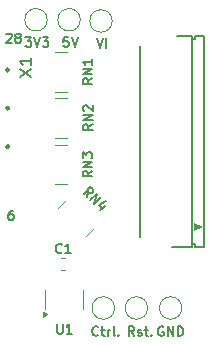
<source format=gbr>
%TF.GenerationSoftware,KiCad,Pcbnew,9.0.4*%
%TF.CreationDate,2025-09-07T07:02:52-04:00*%
%TF.ProjectId,flex_partial,666c6578-5f70-4617-9274-69616c2e6b69,v20231105*%
%TF.SameCoordinates,Original*%
%TF.FileFunction,Legend,Top*%
%TF.FilePolarity,Positive*%
%FSLAX46Y46*%
G04 Gerber Fmt 4.6, Leading zero omitted, Abs format (unit mm)*
G04 Created by KiCad (PCBNEW 9.0.4) date 2025-09-07 07:02:52*
%MOMM*%
%LPD*%
G01*
G04 APERTURE LIST*
%ADD10C,0.216421*%
%ADD11C,0.150000*%
%ADD12C,0.120000*%
%ADD13C,0.203200*%
%ADD14C,0.000000*%
G04 APERTURE END LIST*
D10*
X87808210Y-95550000D02*
G75*
G02*
X87591790Y-95550000I-108210J0D01*
G01*
X87591790Y-95550000D02*
G75*
G02*
X87808210Y-95550000I108210J0D01*
G01*
X87808210Y-102041421D02*
G75*
G02*
X87591790Y-102041421I-108210J0D01*
G01*
X87591790Y-102041421D02*
G75*
G02*
X87808210Y-102041421I108210J0D01*
G01*
X87808210Y-98791421D02*
G75*
G02*
X87591790Y-98791421I-108210J0D01*
G01*
X87591790Y-98791421D02*
G75*
G02*
X87808210Y-98791421I108210J0D01*
G01*
D11*
X89209523Y-92762295D02*
X89704761Y-92762295D01*
X89704761Y-92762295D02*
X89438095Y-93067057D01*
X89438095Y-93067057D02*
X89552380Y-93067057D01*
X89552380Y-93067057D02*
X89628571Y-93105152D01*
X89628571Y-93105152D02*
X89666666Y-93143247D01*
X89666666Y-93143247D02*
X89704761Y-93219438D01*
X89704761Y-93219438D02*
X89704761Y-93409914D01*
X89704761Y-93409914D02*
X89666666Y-93486104D01*
X89666666Y-93486104D02*
X89628571Y-93524200D01*
X89628571Y-93524200D02*
X89552380Y-93562295D01*
X89552380Y-93562295D02*
X89323809Y-93562295D01*
X89323809Y-93562295D02*
X89247618Y-93524200D01*
X89247618Y-93524200D02*
X89209523Y-93486104D01*
X89933333Y-92762295D02*
X90200000Y-93562295D01*
X90200000Y-93562295D02*
X90466666Y-92762295D01*
X90657142Y-92762295D02*
X91152380Y-92762295D01*
X91152380Y-92762295D02*
X90885714Y-93067057D01*
X90885714Y-93067057D02*
X90999999Y-93067057D01*
X90999999Y-93067057D02*
X91076190Y-93105152D01*
X91076190Y-93105152D02*
X91114285Y-93143247D01*
X91114285Y-93143247D02*
X91152380Y-93219438D01*
X91152380Y-93219438D02*
X91152380Y-93409914D01*
X91152380Y-93409914D02*
X91114285Y-93486104D01*
X91114285Y-93486104D02*
X91076190Y-93524200D01*
X91076190Y-93524200D02*
X90999999Y-93562295D01*
X90999999Y-93562295D02*
X90771428Y-93562295D01*
X90771428Y-93562295D02*
X90695237Y-93524200D01*
X90695237Y-93524200D02*
X90657142Y-93486104D01*
X92847619Y-92762295D02*
X92466667Y-92762295D01*
X92466667Y-92762295D02*
X92428571Y-93143247D01*
X92428571Y-93143247D02*
X92466667Y-93105152D01*
X92466667Y-93105152D02*
X92542857Y-93067057D01*
X92542857Y-93067057D02*
X92733333Y-93067057D01*
X92733333Y-93067057D02*
X92809524Y-93105152D01*
X92809524Y-93105152D02*
X92847619Y-93143247D01*
X92847619Y-93143247D02*
X92885714Y-93219438D01*
X92885714Y-93219438D02*
X92885714Y-93409914D01*
X92885714Y-93409914D02*
X92847619Y-93486104D01*
X92847619Y-93486104D02*
X92809524Y-93524200D01*
X92809524Y-93524200D02*
X92733333Y-93562295D01*
X92733333Y-93562295D02*
X92542857Y-93562295D01*
X92542857Y-93562295D02*
X92466667Y-93524200D01*
X92466667Y-93524200D02*
X92428571Y-93486104D01*
X93114286Y-92762295D02*
X93380953Y-93562295D01*
X93380953Y-93562295D02*
X93647619Y-92762295D01*
X95242857Y-92862295D02*
X95509524Y-93662295D01*
X95509524Y-93662295D02*
X95776190Y-92862295D01*
X96042857Y-93662295D02*
X96042857Y-92862295D01*
X88152381Y-107462295D02*
X88000000Y-107462295D01*
X88000000Y-107462295D02*
X87923809Y-107500390D01*
X87923809Y-107500390D02*
X87885714Y-107538485D01*
X87885714Y-107538485D02*
X87809524Y-107652771D01*
X87809524Y-107652771D02*
X87771428Y-107805152D01*
X87771428Y-107805152D02*
X87771428Y-108109914D01*
X87771428Y-108109914D02*
X87809524Y-108186104D01*
X87809524Y-108186104D02*
X87847619Y-108224200D01*
X87847619Y-108224200D02*
X87923809Y-108262295D01*
X87923809Y-108262295D02*
X88076190Y-108262295D01*
X88076190Y-108262295D02*
X88152381Y-108224200D01*
X88152381Y-108224200D02*
X88190476Y-108186104D01*
X88190476Y-108186104D02*
X88228571Y-108109914D01*
X88228571Y-108109914D02*
X88228571Y-107919438D01*
X88228571Y-107919438D02*
X88190476Y-107843247D01*
X88190476Y-107843247D02*
X88152381Y-107805152D01*
X88152381Y-107805152D02*
X88076190Y-107767057D01*
X88076190Y-107767057D02*
X87923809Y-107767057D01*
X87923809Y-107767057D02*
X87847619Y-107805152D01*
X87847619Y-107805152D02*
X87809524Y-107843247D01*
X87809524Y-107843247D02*
X87771428Y-107919438D01*
X98404762Y-118062295D02*
X98138095Y-117681342D01*
X97947619Y-118062295D02*
X97947619Y-117262295D01*
X97947619Y-117262295D02*
X98252381Y-117262295D01*
X98252381Y-117262295D02*
X98328571Y-117300390D01*
X98328571Y-117300390D02*
X98366666Y-117338485D01*
X98366666Y-117338485D02*
X98404762Y-117414676D01*
X98404762Y-117414676D02*
X98404762Y-117528961D01*
X98404762Y-117528961D02*
X98366666Y-117605152D01*
X98366666Y-117605152D02*
X98328571Y-117643247D01*
X98328571Y-117643247D02*
X98252381Y-117681342D01*
X98252381Y-117681342D02*
X97947619Y-117681342D01*
X98709523Y-118024200D02*
X98785714Y-118062295D01*
X98785714Y-118062295D02*
X98938095Y-118062295D01*
X98938095Y-118062295D02*
X99014285Y-118024200D01*
X99014285Y-118024200D02*
X99052381Y-117948009D01*
X99052381Y-117948009D02*
X99052381Y-117909914D01*
X99052381Y-117909914D02*
X99014285Y-117833723D01*
X99014285Y-117833723D02*
X98938095Y-117795628D01*
X98938095Y-117795628D02*
X98823809Y-117795628D01*
X98823809Y-117795628D02*
X98747619Y-117757533D01*
X98747619Y-117757533D02*
X98709523Y-117681342D01*
X98709523Y-117681342D02*
X98709523Y-117643247D01*
X98709523Y-117643247D02*
X98747619Y-117567057D01*
X98747619Y-117567057D02*
X98823809Y-117528961D01*
X98823809Y-117528961D02*
X98938095Y-117528961D01*
X98938095Y-117528961D02*
X99014285Y-117567057D01*
X99280952Y-117528961D02*
X99585714Y-117528961D01*
X99395238Y-117262295D02*
X99395238Y-117948009D01*
X99395238Y-117948009D02*
X99433333Y-118024200D01*
X99433333Y-118024200D02*
X99509523Y-118062295D01*
X99509523Y-118062295D02*
X99585714Y-118062295D01*
X99852381Y-117986104D02*
X99890476Y-118024200D01*
X99890476Y-118024200D02*
X99852381Y-118062295D01*
X99852381Y-118062295D02*
X99814285Y-118024200D01*
X99814285Y-118024200D02*
X99852381Y-117986104D01*
X99852381Y-117986104D02*
X99852381Y-118062295D01*
X87590475Y-92538485D02*
X87628571Y-92500390D01*
X87628571Y-92500390D02*
X87704761Y-92462295D01*
X87704761Y-92462295D02*
X87895237Y-92462295D01*
X87895237Y-92462295D02*
X87971428Y-92500390D01*
X87971428Y-92500390D02*
X88009523Y-92538485D01*
X88009523Y-92538485D02*
X88047618Y-92614676D01*
X88047618Y-92614676D02*
X88047618Y-92690866D01*
X88047618Y-92690866D02*
X88009523Y-92805152D01*
X88009523Y-92805152D02*
X87552380Y-93262295D01*
X87552380Y-93262295D02*
X88047618Y-93262295D01*
X88504761Y-92805152D02*
X88428571Y-92767057D01*
X88428571Y-92767057D02*
X88390476Y-92728961D01*
X88390476Y-92728961D02*
X88352380Y-92652771D01*
X88352380Y-92652771D02*
X88352380Y-92614676D01*
X88352380Y-92614676D02*
X88390476Y-92538485D01*
X88390476Y-92538485D02*
X88428571Y-92500390D01*
X88428571Y-92500390D02*
X88504761Y-92462295D01*
X88504761Y-92462295D02*
X88657142Y-92462295D01*
X88657142Y-92462295D02*
X88733333Y-92500390D01*
X88733333Y-92500390D02*
X88771428Y-92538485D01*
X88771428Y-92538485D02*
X88809523Y-92614676D01*
X88809523Y-92614676D02*
X88809523Y-92652771D01*
X88809523Y-92652771D02*
X88771428Y-92728961D01*
X88771428Y-92728961D02*
X88733333Y-92767057D01*
X88733333Y-92767057D02*
X88657142Y-92805152D01*
X88657142Y-92805152D02*
X88504761Y-92805152D01*
X88504761Y-92805152D02*
X88428571Y-92843247D01*
X88428571Y-92843247D02*
X88390476Y-92881342D01*
X88390476Y-92881342D02*
X88352380Y-92957533D01*
X88352380Y-92957533D02*
X88352380Y-93109914D01*
X88352380Y-93109914D02*
X88390476Y-93186104D01*
X88390476Y-93186104D02*
X88428571Y-93224200D01*
X88428571Y-93224200D02*
X88504761Y-93262295D01*
X88504761Y-93262295D02*
X88657142Y-93262295D01*
X88657142Y-93262295D02*
X88733333Y-93224200D01*
X88733333Y-93224200D02*
X88771428Y-93186104D01*
X88771428Y-93186104D02*
X88809523Y-93109914D01*
X88809523Y-93109914D02*
X88809523Y-92957533D01*
X88809523Y-92957533D02*
X88771428Y-92881342D01*
X88771428Y-92881342D02*
X88733333Y-92843247D01*
X88733333Y-92843247D02*
X88657142Y-92805152D01*
X95371429Y-117986104D02*
X95333333Y-118024200D01*
X95333333Y-118024200D02*
X95219048Y-118062295D01*
X95219048Y-118062295D02*
X95142857Y-118062295D01*
X95142857Y-118062295D02*
X95028571Y-118024200D01*
X95028571Y-118024200D02*
X94952381Y-117948009D01*
X94952381Y-117948009D02*
X94914286Y-117871819D01*
X94914286Y-117871819D02*
X94876190Y-117719438D01*
X94876190Y-117719438D02*
X94876190Y-117605152D01*
X94876190Y-117605152D02*
X94914286Y-117452771D01*
X94914286Y-117452771D02*
X94952381Y-117376580D01*
X94952381Y-117376580D02*
X95028571Y-117300390D01*
X95028571Y-117300390D02*
X95142857Y-117262295D01*
X95142857Y-117262295D02*
X95219048Y-117262295D01*
X95219048Y-117262295D02*
X95333333Y-117300390D01*
X95333333Y-117300390D02*
X95371429Y-117338485D01*
X95600000Y-117528961D02*
X95904762Y-117528961D01*
X95714286Y-117262295D02*
X95714286Y-117948009D01*
X95714286Y-117948009D02*
X95752381Y-118024200D01*
X95752381Y-118024200D02*
X95828571Y-118062295D01*
X95828571Y-118062295D02*
X95904762Y-118062295D01*
X96171429Y-118062295D02*
X96171429Y-117528961D01*
X96171429Y-117681342D02*
X96209524Y-117605152D01*
X96209524Y-117605152D02*
X96247619Y-117567057D01*
X96247619Y-117567057D02*
X96323810Y-117528961D01*
X96323810Y-117528961D02*
X96400000Y-117528961D01*
X96780952Y-118062295D02*
X96704762Y-118024200D01*
X96704762Y-118024200D02*
X96666667Y-117948009D01*
X96666667Y-117948009D02*
X96666667Y-117262295D01*
X97085715Y-117986104D02*
X97123810Y-118024200D01*
X97123810Y-118024200D02*
X97085715Y-118062295D01*
X97085715Y-118062295D02*
X97047619Y-118024200D01*
X97047619Y-118024200D02*
X97085715Y-117986104D01*
X97085715Y-117986104D02*
X97085715Y-118062295D01*
X100890476Y-117300390D02*
X100814286Y-117262295D01*
X100814286Y-117262295D02*
X100700000Y-117262295D01*
X100700000Y-117262295D02*
X100585714Y-117300390D01*
X100585714Y-117300390D02*
X100509524Y-117376580D01*
X100509524Y-117376580D02*
X100471429Y-117452771D01*
X100471429Y-117452771D02*
X100433333Y-117605152D01*
X100433333Y-117605152D02*
X100433333Y-117719438D01*
X100433333Y-117719438D02*
X100471429Y-117871819D01*
X100471429Y-117871819D02*
X100509524Y-117948009D01*
X100509524Y-117948009D02*
X100585714Y-118024200D01*
X100585714Y-118024200D02*
X100700000Y-118062295D01*
X100700000Y-118062295D02*
X100776191Y-118062295D01*
X100776191Y-118062295D02*
X100890476Y-118024200D01*
X100890476Y-118024200D02*
X100928572Y-117986104D01*
X100928572Y-117986104D02*
X100928572Y-117719438D01*
X100928572Y-117719438D02*
X100776191Y-117719438D01*
X101271429Y-118062295D02*
X101271429Y-117262295D01*
X101271429Y-117262295D02*
X101728572Y-118062295D01*
X101728572Y-118062295D02*
X101728572Y-117262295D01*
X102109524Y-118062295D02*
X102109524Y-117262295D01*
X102109524Y-117262295D02*
X102300000Y-117262295D01*
X102300000Y-117262295D02*
X102414286Y-117300390D01*
X102414286Y-117300390D02*
X102490476Y-117376580D01*
X102490476Y-117376580D02*
X102528571Y-117452771D01*
X102528571Y-117452771D02*
X102566667Y-117605152D01*
X102566667Y-117605152D02*
X102566667Y-117719438D01*
X102566667Y-117719438D02*
X102528571Y-117871819D01*
X102528571Y-117871819D02*
X102490476Y-117948009D01*
X102490476Y-117948009D02*
X102414286Y-118024200D01*
X102414286Y-118024200D02*
X102300000Y-118062295D01*
X102300000Y-118062295D02*
X102109524Y-118062295D01*
X92266667Y-110986104D02*
X92228571Y-111024200D01*
X92228571Y-111024200D02*
X92114286Y-111062295D01*
X92114286Y-111062295D02*
X92038095Y-111062295D01*
X92038095Y-111062295D02*
X91923809Y-111024200D01*
X91923809Y-111024200D02*
X91847619Y-110948009D01*
X91847619Y-110948009D02*
X91809524Y-110871819D01*
X91809524Y-110871819D02*
X91771428Y-110719438D01*
X91771428Y-110719438D02*
X91771428Y-110605152D01*
X91771428Y-110605152D02*
X91809524Y-110452771D01*
X91809524Y-110452771D02*
X91847619Y-110376580D01*
X91847619Y-110376580D02*
X91923809Y-110300390D01*
X91923809Y-110300390D02*
X92038095Y-110262295D01*
X92038095Y-110262295D02*
X92114286Y-110262295D01*
X92114286Y-110262295D02*
X92228571Y-110300390D01*
X92228571Y-110300390D02*
X92266667Y-110338485D01*
X93028571Y-111062295D02*
X92571428Y-111062295D01*
X92800000Y-111062295D02*
X92800000Y-110262295D01*
X92800000Y-110262295D02*
X92723809Y-110376580D01*
X92723809Y-110376580D02*
X92647619Y-110452771D01*
X92647619Y-110452771D02*
X92571428Y-110490866D01*
X94458358Y-106332172D02*
X94539170Y-105874236D01*
X94135109Y-106008923D02*
X94700794Y-105443237D01*
X94700794Y-105443237D02*
X94916294Y-105658737D01*
X94916294Y-105658737D02*
X94943231Y-105739549D01*
X94943231Y-105739549D02*
X94943231Y-105793424D01*
X94943231Y-105793424D02*
X94916294Y-105874236D01*
X94916294Y-105874236D02*
X94835481Y-105955048D01*
X94835481Y-105955048D02*
X94754669Y-105981985D01*
X94754669Y-105981985D02*
X94700794Y-105981985D01*
X94700794Y-105981985D02*
X94619982Y-105955048D01*
X94619982Y-105955048D02*
X94404483Y-105739549D01*
X94700794Y-106574608D02*
X95266480Y-106008923D01*
X95266480Y-106008923D02*
X95024043Y-106897857D01*
X95024043Y-106897857D02*
X95589729Y-106332172D01*
X95912977Y-107032544D02*
X95535854Y-107409667D01*
X95993789Y-106682358D02*
X95455041Y-106951732D01*
X95455041Y-106951732D02*
X95805228Y-107301918D01*
X94852295Y-104102380D02*
X94471342Y-104369047D01*
X94852295Y-104559523D02*
X94052295Y-104559523D01*
X94052295Y-104559523D02*
X94052295Y-104254761D01*
X94052295Y-104254761D02*
X94090390Y-104178571D01*
X94090390Y-104178571D02*
X94128485Y-104140476D01*
X94128485Y-104140476D02*
X94204676Y-104102380D01*
X94204676Y-104102380D02*
X94318961Y-104102380D01*
X94318961Y-104102380D02*
X94395152Y-104140476D01*
X94395152Y-104140476D02*
X94433247Y-104178571D01*
X94433247Y-104178571D02*
X94471342Y-104254761D01*
X94471342Y-104254761D02*
X94471342Y-104559523D01*
X94852295Y-103759523D02*
X94052295Y-103759523D01*
X94052295Y-103759523D02*
X94852295Y-103302380D01*
X94852295Y-103302380D02*
X94052295Y-103302380D01*
X94052295Y-102997619D02*
X94052295Y-102502381D01*
X94052295Y-102502381D02*
X94357057Y-102769047D01*
X94357057Y-102769047D02*
X94357057Y-102654762D01*
X94357057Y-102654762D02*
X94395152Y-102578571D01*
X94395152Y-102578571D02*
X94433247Y-102540476D01*
X94433247Y-102540476D02*
X94509438Y-102502381D01*
X94509438Y-102502381D02*
X94699914Y-102502381D01*
X94699914Y-102502381D02*
X94776104Y-102540476D01*
X94776104Y-102540476D02*
X94814200Y-102578571D01*
X94814200Y-102578571D02*
X94852295Y-102654762D01*
X94852295Y-102654762D02*
X94852295Y-102883333D01*
X94852295Y-102883333D02*
X94814200Y-102959524D01*
X94814200Y-102959524D02*
X94776104Y-102997619D01*
X94902295Y-100152380D02*
X94521342Y-100419047D01*
X94902295Y-100609523D02*
X94102295Y-100609523D01*
X94102295Y-100609523D02*
X94102295Y-100304761D01*
X94102295Y-100304761D02*
X94140390Y-100228571D01*
X94140390Y-100228571D02*
X94178485Y-100190476D01*
X94178485Y-100190476D02*
X94254676Y-100152380D01*
X94254676Y-100152380D02*
X94368961Y-100152380D01*
X94368961Y-100152380D02*
X94445152Y-100190476D01*
X94445152Y-100190476D02*
X94483247Y-100228571D01*
X94483247Y-100228571D02*
X94521342Y-100304761D01*
X94521342Y-100304761D02*
X94521342Y-100609523D01*
X94902295Y-99809523D02*
X94102295Y-99809523D01*
X94102295Y-99809523D02*
X94902295Y-99352380D01*
X94902295Y-99352380D02*
X94102295Y-99352380D01*
X94178485Y-99009524D02*
X94140390Y-98971428D01*
X94140390Y-98971428D02*
X94102295Y-98895238D01*
X94102295Y-98895238D02*
X94102295Y-98704762D01*
X94102295Y-98704762D02*
X94140390Y-98628571D01*
X94140390Y-98628571D02*
X94178485Y-98590476D01*
X94178485Y-98590476D02*
X94254676Y-98552381D01*
X94254676Y-98552381D02*
X94330866Y-98552381D01*
X94330866Y-98552381D02*
X94445152Y-98590476D01*
X94445152Y-98590476D02*
X94902295Y-99047619D01*
X94902295Y-99047619D02*
X94902295Y-98552381D01*
X94852295Y-96252380D02*
X94471342Y-96519047D01*
X94852295Y-96709523D02*
X94052295Y-96709523D01*
X94052295Y-96709523D02*
X94052295Y-96404761D01*
X94052295Y-96404761D02*
X94090390Y-96328571D01*
X94090390Y-96328571D02*
X94128485Y-96290476D01*
X94128485Y-96290476D02*
X94204676Y-96252380D01*
X94204676Y-96252380D02*
X94318961Y-96252380D01*
X94318961Y-96252380D02*
X94395152Y-96290476D01*
X94395152Y-96290476D02*
X94433247Y-96328571D01*
X94433247Y-96328571D02*
X94471342Y-96404761D01*
X94471342Y-96404761D02*
X94471342Y-96709523D01*
X94852295Y-95909523D02*
X94052295Y-95909523D01*
X94052295Y-95909523D02*
X94852295Y-95452380D01*
X94852295Y-95452380D02*
X94052295Y-95452380D01*
X94852295Y-94652381D02*
X94852295Y-95109524D01*
X94852295Y-94880952D02*
X94052295Y-94880952D01*
X94052295Y-94880952D02*
X94166580Y-94957143D01*
X94166580Y-94957143D02*
X94242771Y-95033333D01*
X94242771Y-95033333D02*
X94280866Y-95109524D01*
X88704819Y-96109523D02*
X89704819Y-95442857D01*
X88704819Y-95442857D02*
X89704819Y-96109523D01*
X89704819Y-94538095D02*
X89704819Y-95109523D01*
X89704819Y-94823809D02*
X88704819Y-94823809D01*
X88704819Y-94823809D02*
X88847676Y-94919047D01*
X88847676Y-94919047D02*
X88942914Y-95014285D01*
X88942914Y-95014285D02*
X88990533Y-95109523D01*
X91890476Y-117062295D02*
X91890476Y-117709914D01*
X91890476Y-117709914D02*
X91928571Y-117786104D01*
X91928571Y-117786104D02*
X91966666Y-117824200D01*
X91966666Y-117824200D02*
X92042857Y-117862295D01*
X92042857Y-117862295D02*
X92195238Y-117862295D01*
X92195238Y-117862295D02*
X92271428Y-117824200D01*
X92271428Y-117824200D02*
X92309523Y-117786104D01*
X92309523Y-117786104D02*
X92347619Y-117709914D01*
X92347619Y-117709914D02*
X92347619Y-117062295D01*
X93147618Y-117862295D02*
X92690475Y-117862295D01*
X92919047Y-117862295D02*
X92919047Y-117062295D01*
X92919047Y-117062295D02*
X92842856Y-117176580D01*
X92842856Y-117176580D02*
X92766666Y-117252771D01*
X92766666Y-117252771D02*
X92690475Y-117290866D01*
D12*
%TO.C,J3.1*%
X102450000Y-115700000D02*
G75*
G02*
X100550000Y-115700000I-950000J0D01*
G01*
X100550000Y-115700000D02*
G75*
G02*
X102450000Y-115700000I950000J0D01*
G01*
%TO.C,C1*%
X92253733Y-111490000D02*
X92546267Y-111490000D01*
X92253733Y-112510000D02*
X92546267Y-112510000D01*
%TO.C,RN4*%
X92665614Y-106558507D02*
X91958507Y-107265614D01*
X95041493Y-108934386D02*
X94334386Y-109641493D01*
%TO.C,RN3*%
X92700000Y-101870000D02*
X91700000Y-101870000D01*
X92700000Y-105230000D02*
X91700000Y-105230000D01*
%TO.C,RN2*%
X92700000Y-97940000D02*
X91700000Y-97940000D01*
X92700000Y-101300000D02*
X91700000Y-101300000D01*
%TO.C,J1*%
X93850000Y-91300000D02*
G75*
G02*
X91950000Y-91300000I-950000J0D01*
G01*
X91950000Y-91300000D02*
G75*
G02*
X93850000Y-91300000I950000J0D01*
G01*
%TO.C,J3*%
X96550000Y-91400000D02*
G75*
G02*
X94650000Y-91400000I-950000J0D01*
G01*
X94650000Y-91400000D02*
G75*
G02*
X96550000Y-91400000I950000J0D01*
G01*
D13*
%TO.C,J6*%
X98900000Y-93539000D02*
X98900000Y-93850000D01*
X98900000Y-93602000D02*
X98900000Y-109661000D01*
X101630000Y-110550000D02*
X103300000Y-110550000D01*
X103300000Y-92650000D02*
X102011000Y-92650000D01*
X103300000Y-92950000D02*
X103300000Y-92650000D01*
X103300000Y-92950000D02*
X103300000Y-110250000D01*
X103300000Y-110250000D02*
X103600000Y-110250000D01*
X103300000Y-110550000D02*
X103300000Y-110250000D01*
X103600000Y-92650000D02*
X103600000Y-92950000D01*
X103600000Y-92950000D02*
X103300000Y-92950000D01*
X103600000Y-110250000D02*
X103600000Y-110550000D01*
X103600000Y-110550000D02*
X104300000Y-110550000D01*
X104300000Y-92650000D02*
X103600000Y-92650000D01*
X104300000Y-92650000D02*
X104300000Y-110550000D01*
D14*
G36*
X104227185Y-108850000D02*
G01*
X103498400Y-109214392D01*
X103498400Y-108485608D01*
X104227185Y-108850000D01*
G37*
D12*
%TO.C,RN1*%
X92700000Y-94020000D02*
X91700000Y-94020000D01*
X92700000Y-97380000D02*
X91700000Y-97380000D01*
%TO.C,J5*%
X99550000Y-115700000D02*
G75*
G02*
X97650000Y-115700000I-950000J0D01*
G01*
X97650000Y-115700000D02*
G75*
G02*
X99550000Y-115700000I950000J0D01*
G01*
%TO.C,J2*%
X91050000Y-91300000D02*
G75*
G02*
X89150000Y-91300000I-950000J0D01*
G01*
X89150000Y-91300000D02*
G75*
G02*
X91050000Y-91300000I950000J0D01*
G01*
%TO.C,J4*%
X96750000Y-115700000D02*
G75*
G02*
X94850000Y-115700000I-950000J0D01*
G01*
X94850000Y-115700000D02*
G75*
G02*
X96750000Y-115700000I950000J0D01*
G01*
%TO.C,U1*%
X90900000Y-115800000D02*
X90900000Y-114200000D01*
X94100000Y-115800000D02*
X94100000Y-114200000D01*
X91050000Y-116250000D02*
X90720000Y-116490000D01*
X90720000Y-116010000D01*
X91050000Y-116250000D01*
G36*
X91050000Y-116250000D02*
G01*
X90720000Y-116490000D01*
X90720000Y-116010000D01*
X91050000Y-116250000D01*
G37*
%TD*%
M02*

</source>
